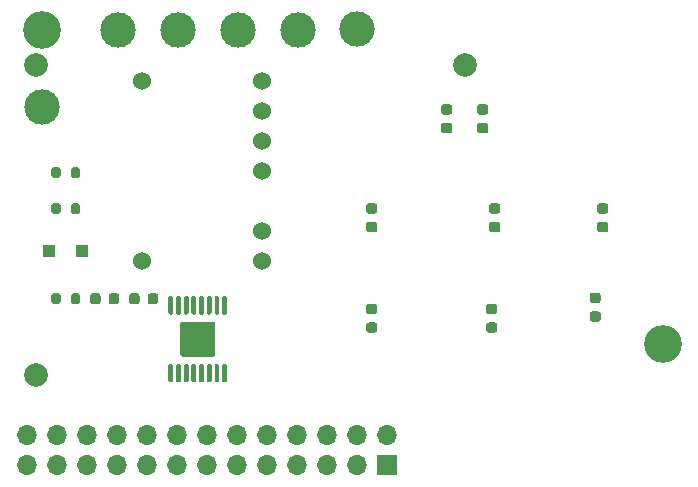
<source format=gbr>
G04 #@! TF.GenerationSoftware,KiCad,Pcbnew,(5.1.9)-1*
G04 #@! TF.CreationDate,2021-02-24T11:41:24+09:00*
G04 #@! TF.ProjectId,body,626f6479-2e6b-4696-9361-645f70636258,rev?*
G04 #@! TF.SameCoordinates,Original*
G04 #@! TF.FileFunction,Soldermask,Top*
G04 #@! TF.FilePolarity,Negative*
%FSLAX46Y46*%
G04 Gerber Fmt 4.6, Leading zero omitted, Abs format (unit mm)*
G04 Created by KiCad (PCBNEW (5.1.9)-1) date 2021-02-24 11:41:24*
%MOMM*%
%LPD*%
G01*
G04 APERTURE LIST*
%ADD10C,2.000000*%
%ADD11C,3.000000*%
%ADD12C,1.524000*%
%ADD13R,1.100000X1.100000*%
%ADD14R,1.700000X1.700000*%
%ADD15O,1.700000X1.700000*%
%ADD16C,3.200000*%
G04 APERTURE END LIST*
D10*
X62992000Y-27432000D03*
X26670000Y-27432000D03*
X26670000Y-53721000D03*
D11*
X43815000Y-24511000D03*
X27178000Y-30988000D03*
D12*
X35687000Y-28829000D03*
X35687000Y-44069000D03*
X45847000Y-44069000D03*
X45847000Y-41529000D03*
X45847000Y-36449000D03*
X45847000Y-33909000D03*
X45847000Y-31369000D03*
X45847000Y-28829000D03*
D13*
X27810000Y-43180000D03*
X30610000Y-43180000D03*
G36*
G01*
X29635000Y-39899000D02*
X29635000Y-39349000D01*
G75*
G02*
X29835000Y-39149000I200000J0D01*
G01*
X30235000Y-39149000D01*
G75*
G02*
X30435000Y-39349000I0J-200000D01*
G01*
X30435000Y-39899000D01*
G75*
G02*
X30235000Y-40099000I-200000J0D01*
G01*
X29835000Y-40099000D01*
G75*
G02*
X29635000Y-39899000I0J200000D01*
G01*
G37*
G36*
G01*
X27985000Y-39899000D02*
X27985000Y-39349000D01*
G75*
G02*
X28185000Y-39149000I200000J0D01*
G01*
X28585000Y-39149000D01*
G75*
G02*
X28785000Y-39349000I0J-200000D01*
G01*
X28785000Y-39899000D01*
G75*
G02*
X28585000Y-40099000I-200000J0D01*
G01*
X28185000Y-40099000D01*
G75*
G02*
X27985000Y-39899000I0J200000D01*
G01*
G37*
G36*
G01*
X29635000Y-47519000D02*
X29635000Y-46969000D01*
G75*
G02*
X29835000Y-46769000I200000J0D01*
G01*
X30235000Y-46769000D01*
G75*
G02*
X30435000Y-46969000I0J-200000D01*
G01*
X30435000Y-47519000D01*
G75*
G02*
X30235000Y-47719000I-200000J0D01*
G01*
X29835000Y-47719000D01*
G75*
G02*
X29635000Y-47519000I0J200000D01*
G01*
G37*
G36*
G01*
X27985000Y-47519000D02*
X27985000Y-46969000D01*
G75*
G02*
X28185000Y-46769000I200000J0D01*
G01*
X28585000Y-46769000D01*
G75*
G02*
X28785000Y-46969000I0J-200000D01*
G01*
X28785000Y-47519000D01*
G75*
G02*
X28585000Y-47719000I-200000J0D01*
G01*
X28185000Y-47719000D01*
G75*
G02*
X27985000Y-47519000I0J200000D01*
G01*
G37*
G36*
G01*
X29635000Y-36851000D02*
X29635000Y-36301000D01*
G75*
G02*
X29835000Y-36101000I200000J0D01*
G01*
X30235000Y-36101000D01*
G75*
G02*
X30435000Y-36301000I0J-200000D01*
G01*
X30435000Y-36851000D01*
G75*
G02*
X30235000Y-37051000I-200000J0D01*
G01*
X29835000Y-37051000D01*
G75*
G02*
X29635000Y-36851000I0J200000D01*
G01*
G37*
G36*
G01*
X27985000Y-36851000D02*
X27985000Y-36301000D01*
G75*
G02*
X28185000Y-36101000I200000J0D01*
G01*
X28585000Y-36101000D01*
G75*
G02*
X28785000Y-36301000I0J-200000D01*
G01*
X28785000Y-36851000D01*
G75*
G02*
X28585000Y-37051000I-200000J0D01*
G01*
X28185000Y-37051000D01*
G75*
G02*
X27985000Y-36851000I0J200000D01*
G01*
G37*
D14*
X56388000Y-61341000D03*
D15*
X56388000Y-58801000D03*
X53848000Y-61341000D03*
X53848000Y-58801000D03*
X51308000Y-61341000D03*
X51308000Y-58801000D03*
X48768000Y-61341000D03*
X48768000Y-58801000D03*
X46228000Y-61341000D03*
X46228000Y-58801000D03*
X43688000Y-61341000D03*
X43688000Y-58801000D03*
X41148000Y-61341000D03*
X41148000Y-58801000D03*
X38608000Y-61341000D03*
X38608000Y-58801000D03*
X36068000Y-61341000D03*
X36068000Y-58801000D03*
X33528000Y-61341000D03*
X33528000Y-58801000D03*
X30988000Y-61341000D03*
X30988000Y-58801000D03*
X28448000Y-61341000D03*
X28448000Y-58801000D03*
X25908000Y-61341000D03*
X25908000Y-58801000D03*
D11*
X53848000Y-24384000D03*
X48895000Y-24511000D03*
D16*
X79756000Y-51054000D03*
D11*
X33655000Y-24511000D03*
X38735000Y-24511000D03*
G36*
G01*
X35464000Y-46987750D02*
X35464000Y-47500250D01*
G75*
G02*
X35245250Y-47719000I-218750J0D01*
G01*
X34807750Y-47719000D01*
G75*
G02*
X34589000Y-47500250I0J218750D01*
G01*
X34589000Y-46987750D01*
G75*
G02*
X34807750Y-46769000I218750J0D01*
G01*
X35245250Y-46769000D01*
G75*
G02*
X35464000Y-46987750I0J-218750D01*
G01*
G37*
G36*
G01*
X37039000Y-46987750D02*
X37039000Y-47500250D01*
G75*
G02*
X36820250Y-47719000I-218750J0D01*
G01*
X36382750Y-47719000D01*
G75*
G02*
X36164000Y-47500250I0J218750D01*
G01*
X36164000Y-46987750D01*
G75*
G02*
X36382750Y-46769000I218750J0D01*
G01*
X36820250Y-46769000D01*
G75*
G02*
X37039000Y-46987750I0J-218750D01*
G01*
G37*
D16*
X27178000Y-24511000D03*
G36*
G01*
X32162000Y-46987750D02*
X32162000Y-47500250D01*
G75*
G02*
X31943250Y-47719000I-218750J0D01*
G01*
X31505750Y-47719000D01*
G75*
G02*
X31287000Y-47500250I0J218750D01*
G01*
X31287000Y-46987750D01*
G75*
G02*
X31505750Y-46769000I218750J0D01*
G01*
X31943250Y-46769000D01*
G75*
G02*
X32162000Y-46987750I0J-218750D01*
G01*
G37*
G36*
G01*
X33737000Y-46987750D02*
X33737000Y-47500250D01*
G75*
G02*
X33518250Y-47719000I-218750J0D01*
G01*
X33080750Y-47719000D01*
G75*
G02*
X32862000Y-47500250I0J218750D01*
G01*
X32862000Y-46987750D01*
G75*
G02*
X33080750Y-46769000I218750J0D01*
G01*
X33518250Y-46769000D01*
G75*
G02*
X33737000Y-46987750I0J-218750D01*
G01*
G37*
G36*
G01*
X65021750Y-49245000D02*
X65534250Y-49245000D01*
G75*
G02*
X65753000Y-49463750I0J-218750D01*
G01*
X65753000Y-49901250D01*
G75*
G02*
X65534250Y-50120000I-218750J0D01*
G01*
X65021750Y-50120000D01*
G75*
G02*
X64803000Y-49901250I0J218750D01*
G01*
X64803000Y-49463750D01*
G75*
G02*
X65021750Y-49245000I218750J0D01*
G01*
G37*
G36*
G01*
X65021750Y-47670000D02*
X65534250Y-47670000D01*
G75*
G02*
X65753000Y-47888750I0J-218750D01*
G01*
X65753000Y-48326250D01*
G75*
G02*
X65534250Y-48545000I-218750J0D01*
G01*
X65021750Y-48545000D01*
G75*
G02*
X64803000Y-48326250I0J218750D01*
G01*
X64803000Y-47888750D01*
G75*
G02*
X65021750Y-47670000I218750J0D01*
G01*
G37*
G36*
G01*
X64259750Y-30779000D02*
X64772250Y-30779000D01*
G75*
G02*
X64991000Y-30997750I0J-218750D01*
G01*
X64991000Y-31435250D01*
G75*
G02*
X64772250Y-31654000I-218750J0D01*
G01*
X64259750Y-31654000D01*
G75*
G02*
X64041000Y-31435250I0J218750D01*
G01*
X64041000Y-30997750D01*
G75*
G02*
X64259750Y-30779000I218750J0D01*
G01*
G37*
G36*
G01*
X64259750Y-32354000D02*
X64772250Y-32354000D01*
G75*
G02*
X64991000Y-32572750I0J-218750D01*
G01*
X64991000Y-33010250D01*
G75*
G02*
X64772250Y-33229000I-218750J0D01*
G01*
X64259750Y-33229000D01*
G75*
G02*
X64041000Y-33010250I0J218750D01*
G01*
X64041000Y-32572750D01*
G75*
G02*
X64259750Y-32354000I218750J0D01*
G01*
G37*
G36*
G01*
X74419750Y-40736000D02*
X74932250Y-40736000D01*
G75*
G02*
X75151000Y-40954750I0J-218750D01*
G01*
X75151000Y-41392250D01*
G75*
G02*
X74932250Y-41611000I-218750J0D01*
G01*
X74419750Y-41611000D01*
G75*
G02*
X74201000Y-41392250I0J218750D01*
G01*
X74201000Y-40954750D01*
G75*
G02*
X74419750Y-40736000I218750J0D01*
G01*
G37*
G36*
G01*
X74419750Y-39161000D02*
X74932250Y-39161000D01*
G75*
G02*
X75151000Y-39379750I0J-218750D01*
G01*
X75151000Y-39817250D01*
G75*
G02*
X74932250Y-40036000I-218750J0D01*
G01*
X74419750Y-40036000D01*
G75*
G02*
X74201000Y-39817250I0J218750D01*
G01*
X74201000Y-39379750D01*
G75*
G02*
X74419750Y-39161000I218750J0D01*
G01*
G37*
G36*
G01*
X54861750Y-49245000D02*
X55374250Y-49245000D01*
G75*
G02*
X55593000Y-49463750I0J-218750D01*
G01*
X55593000Y-49901250D01*
G75*
G02*
X55374250Y-50120000I-218750J0D01*
G01*
X54861750Y-50120000D01*
G75*
G02*
X54643000Y-49901250I0J218750D01*
G01*
X54643000Y-49463750D01*
G75*
G02*
X54861750Y-49245000I218750J0D01*
G01*
G37*
G36*
G01*
X54861750Y-47670000D02*
X55374250Y-47670000D01*
G75*
G02*
X55593000Y-47888750I0J-218750D01*
G01*
X55593000Y-48326250D01*
G75*
G02*
X55374250Y-48545000I-218750J0D01*
G01*
X54861750Y-48545000D01*
G75*
G02*
X54643000Y-48326250I0J218750D01*
G01*
X54643000Y-47888750D01*
G75*
G02*
X54861750Y-47670000I218750J0D01*
G01*
G37*
G36*
G01*
X54861750Y-40736000D02*
X55374250Y-40736000D01*
G75*
G02*
X55593000Y-40954750I0J-218750D01*
G01*
X55593000Y-41392250D01*
G75*
G02*
X55374250Y-41611000I-218750J0D01*
G01*
X54861750Y-41611000D01*
G75*
G02*
X54643000Y-41392250I0J218750D01*
G01*
X54643000Y-40954750D01*
G75*
G02*
X54861750Y-40736000I218750J0D01*
G01*
G37*
G36*
G01*
X54861750Y-39161000D02*
X55374250Y-39161000D01*
G75*
G02*
X55593000Y-39379750I0J-218750D01*
G01*
X55593000Y-39817250D01*
G75*
G02*
X55374250Y-40036000I-218750J0D01*
G01*
X54861750Y-40036000D01*
G75*
G02*
X54643000Y-39817250I0J218750D01*
G01*
X54643000Y-39379750D01*
G75*
G02*
X54861750Y-39161000I218750J0D01*
G01*
G37*
G36*
G01*
X65275750Y-40736000D02*
X65788250Y-40736000D01*
G75*
G02*
X66007000Y-40954750I0J-218750D01*
G01*
X66007000Y-41392250D01*
G75*
G02*
X65788250Y-41611000I-218750J0D01*
G01*
X65275750Y-41611000D01*
G75*
G02*
X65057000Y-41392250I0J218750D01*
G01*
X65057000Y-40954750D01*
G75*
G02*
X65275750Y-40736000I218750J0D01*
G01*
G37*
G36*
G01*
X65275750Y-39161000D02*
X65788250Y-39161000D01*
G75*
G02*
X66007000Y-39379750I0J-218750D01*
G01*
X66007000Y-39817250D01*
G75*
G02*
X65788250Y-40036000I-218750J0D01*
G01*
X65275750Y-40036000D01*
G75*
G02*
X65057000Y-39817250I0J218750D01*
G01*
X65057000Y-39379750D01*
G75*
G02*
X65275750Y-39161000I218750J0D01*
G01*
G37*
G36*
G01*
X73784750Y-48305200D02*
X74297250Y-48305200D01*
G75*
G02*
X74516000Y-48523950I0J-218750D01*
G01*
X74516000Y-48961450D01*
G75*
G02*
X74297250Y-49180200I-218750J0D01*
G01*
X73784750Y-49180200D01*
G75*
G02*
X73566000Y-48961450I0J218750D01*
G01*
X73566000Y-48523950D01*
G75*
G02*
X73784750Y-48305200I218750J0D01*
G01*
G37*
G36*
G01*
X73784750Y-46730200D02*
X74297250Y-46730200D01*
G75*
G02*
X74516000Y-46948950I0J-218750D01*
G01*
X74516000Y-47386450D01*
G75*
G02*
X74297250Y-47605200I-218750J0D01*
G01*
X73784750Y-47605200D01*
G75*
G02*
X73566000Y-47386450I0J218750D01*
G01*
X73566000Y-46948950D01*
G75*
G02*
X73784750Y-46730200I218750J0D01*
G01*
G37*
G36*
G01*
X61211750Y-32354000D02*
X61724250Y-32354000D01*
G75*
G02*
X61943000Y-32572750I0J-218750D01*
G01*
X61943000Y-33010250D01*
G75*
G02*
X61724250Y-33229000I-218750J0D01*
G01*
X61211750Y-33229000D01*
G75*
G02*
X60993000Y-33010250I0J218750D01*
G01*
X60993000Y-32572750D01*
G75*
G02*
X61211750Y-32354000I218750J0D01*
G01*
G37*
G36*
G01*
X61211750Y-30779000D02*
X61724250Y-30779000D01*
G75*
G02*
X61943000Y-30997750I0J-218750D01*
G01*
X61943000Y-31435250D01*
G75*
G02*
X61724250Y-31654000I-218750J0D01*
G01*
X61211750Y-31654000D01*
G75*
G02*
X60993000Y-31435250I0J218750D01*
G01*
X60993000Y-30997750D01*
G75*
G02*
X61211750Y-30779000I218750J0D01*
G01*
G37*
G36*
G01*
X41636001Y-52173000D02*
X39135999Y-52173000D01*
G75*
G02*
X38886000Y-51923001I0J249999D01*
G01*
X38886000Y-49422999D01*
G75*
G02*
X39135999Y-49173000I249999J0D01*
G01*
X41636001Y-49173000D01*
G75*
G02*
X41886000Y-49422999I0J-249999D01*
G01*
X41886000Y-51923001D01*
G75*
G02*
X41636001Y-52173000I-249999J0D01*
G01*
G37*
G36*
G01*
X38211000Y-54323000D02*
X38011000Y-54323000D01*
G75*
G02*
X37911000Y-54223000I0J100000D01*
G01*
X37911000Y-52873000D01*
G75*
G02*
X38011000Y-52773000I100000J0D01*
G01*
X38211000Y-52773000D01*
G75*
G02*
X38311000Y-52873000I0J-100000D01*
G01*
X38311000Y-54223000D01*
G75*
G02*
X38211000Y-54323000I-100000J0D01*
G01*
G37*
G36*
G01*
X38861000Y-54323000D02*
X38661000Y-54323000D01*
G75*
G02*
X38561000Y-54223000I0J100000D01*
G01*
X38561000Y-52873000D01*
G75*
G02*
X38661000Y-52773000I100000J0D01*
G01*
X38861000Y-52773000D01*
G75*
G02*
X38961000Y-52873000I0J-100000D01*
G01*
X38961000Y-54223000D01*
G75*
G02*
X38861000Y-54323000I-100000J0D01*
G01*
G37*
G36*
G01*
X39511000Y-54323000D02*
X39311000Y-54323000D01*
G75*
G02*
X39211000Y-54223000I0J100000D01*
G01*
X39211000Y-52873000D01*
G75*
G02*
X39311000Y-52773000I100000J0D01*
G01*
X39511000Y-52773000D01*
G75*
G02*
X39611000Y-52873000I0J-100000D01*
G01*
X39611000Y-54223000D01*
G75*
G02*
X39511000Y-54323000I-100000J0D01*
G01*
G37*
G36*
G01*
X40161000Y-54323000D02*
X39961000Y-54323000D01*
G75*
G02*
X39861000Y-54223000I0J100000D01*
G01*
X39861000Y-52873000D01*
G75*
G02*
X39961000Y-52773000I100000J0D01*
G01*
X40161000Y-52773000D01*
G75*
G02*
X40261000Y-52873000I0J-100000D01*
G01*
X40261000Y-54223000D01*
G75*
G02*
X40161000Y-54323000I-100000J0D01*
G01*
G37*
G36*
G01*
X40811000Y-54323000D02*
X40611000Y-54323000D01*
G75*
G02*
X40511000Y-54223000I0J100000D01*
G01*
X40511000Y-52873000D01*
G75*
G02*
X40611000Y-52773000I100000J0D01*
G01*
X40811000Y-52773000D01*
G75*
G02*
X40911000Y-52873000I0J-100000D01*
G01*
X40911000Y-54223000D01*
G75*
G02*
X40811000Y-54323000I-100000J0D01*
G01*
G37*
G36*
G01*
X41461000Y-54323000D02*
X41261000Y-54323000D01*
G75*
G02*
X41161000Y-54223000I0J100000D01*
G01*
X41161000Y-52873000D01*
G75*
G02*
X41261000Y-52773000I100000J0D01*
G01*
X41461000Y-52773000D01*
G75*
G02*
X41561000Y-52873000I0J-100000D01*
G01*
X41561000Y-54223000D01*
G75*
G02*
X41461000Y-54323000I-100000J0D01*
G01*
G37*
G36*
G01*
X42111000Y-54323000D02*
X41911000Y-54323000D01*
G75*
G02*
X41811000Y-54223000I0J100000D01*
G01*
X41811000Y-52873000D01*
G75*
G02*
X41911000Y-52773000I100000J0D01*
G01*
X42111000Y-52773000D01*
G75*
G02*
X42211000Y-52873000I0J-100000D01*
G01*
X42211000Y-54223000D01*
G75*
G02*
X42111000Y-54323000I-100000J0D01*
G01*
G37*
G36*
G01*
X42761000Y-54323000D02*
X42561000Y-54323000D01*
G75*
G02*
X42461000Y-54223000I0J100000D01*
G01*
X42461000Y-52873000D01*
G75*
G02*
X42561000Y-52773000I100000J0D01*
G01*
X42761000Y-52773000D01*
G75*
G02*
X42861000Y-52873000I0J-100000D01*
G01*
X42861000Y-54223000D01*
G75*
G02*
X42761000Y-54323000I-100000J0D01*
G01*
G37*
G36*
G01*
X42761000Y-48573000D02*
X42561000Y-48573000D01*
G75*
G02*
X42461000Y-48473000I0J100000D01*
G01*
X42461000Y-47123000D01*
G75*
G02*
X42561000Y-47023000I100000J0D01*
G01*
X42761000Y-47023000D01*
G75*
G02*
X42861000Y-47123000I0J-100000D01*
G01*
X42861000Y-48473000D01*
G75*
G02*
X42761000Y-48573000I-100000J0D01*
G01*
G37*
G36*
G01*
X42111000Y-48573000D02*
X41911000Y-48573000D01*
G75*
G02*
X41811000Y-48473000I0J100000D01*
G01*
X41811000Y-47123000D01*
G75*
G02*
X41911000Y-47023000I100000J0D01*
G01*
X42111000Y-47023000D01*
G75*
G02*
X42211000Y-47123000I0J-100000D01*
G01*
X42211000Y-48473000D01*
G75*
G02*
X42111000Y-48573000I-100000J0D01*
G01*
G37*
G36*
G01*
X41461000Y-48573000D02*
X41261000Y-48573000D01*
G75*
G02*
X41161000Y-48473000I0J100000D01*
G01*
X41161000Y-47123000D01*
G75*
G02*
X41261000Y-47023000I100000J0D01*
G01*
X41461000Y-47023000D01*
G75*
G02*
X41561000Y-47123000I0J-100000D01*
G01*
X41561000Y-48473000D01*
G75*
G02*
X41461000Y-48573000I-100000J0D01*
G01*
G37*
G36*
G01*
X40811000Y-48573000D02*
X40611000Y-48573000D01*
G75*
G02*
X40511000Y-48473000I0J100000D01*
G01*
X40511000Y-47123000D01*
G75*
G02*
X40611000Y-47023000I100000J0D01*
G01*
X40811000Y-47023000D01*
G75*
G02*
X40911000Y-47123000I0J-100000D01*
G01*
X40911000Y-48473000D01*
G75*
G02*
X40811000Y-48573000I-100000J0D01*
G01*
G37*
G36*
G01*
X40161000Y-48573000D02*
X39961000Y-48573000D01*
G75*
G02*
X39861000Y-48473000I0J100000D01*
G01*
X39861000Y-47123000D01*
G75*
G02*
X39961000Y-47023000I100000J0D01*
G01*
X40161000Y-47023000D01*
G75*
G02*
X40261000Y-47123000I0J-100000D01*
G01*
X40261000Y-48473000D01*
G75*
G02*
X40161000Y-48573000I-100000J0D01*
G01*
G37*
G36*
G01*
X39511000Y-48573000D02*
X39311000Y-48573000D01*
G75*
G02*
X39211000Y-48473000I0J100000D01*
G01*
X39211000Y-47123000D01*
G75*
G02*
X39311000Y-47023000I100000J0D01*
G01*
X39511000Y-47023000D01*
G75*
G02*
X39611000Y-47123000I0J-100000D01*
G01*
X39611000Y-48473000D01*
G75*
G02*
X39511000Y-48573000I-100000J0D01*
G01*
G37*
G36*
G01*
X38861000Y-48573000D02*
X38661000Y-48573000D01*
G75*
G02*
X38561000Y-48473000I0J100000D01*
G01*
X38561000Y-47123000D01*
G75*
G02*
X38661000Y-47023000I100000J0D01*
G01*
X38861000Y-47023000D01*
G75*
G02*
X38961000Y-47123000I0J-100000D01*
G01*
X38961000Y-48473000D01*
G75*
G02*
X38861000Y-48573000I-100000J0D01*
G01*
G37*
G36*
G01*
X38211000Y-48573000D02*
X38011000Y-48573000D01*
G75*
G02*
X37911000Y-48473000I0J100000D01*
G01*
X37911000Y-47123000D01*
G75*
G02*
X38011000Y-47023000I100000J0D01*
G01*
X38211000Y-47023000D01*
G75*
G02*
X38311000Y-47123000I0J-100000D01*
G01*
X38311000Y-48473000D01*
G75*
G02*
X38211000Y-48573000I-100000J0D01*
G01*
G37*
M02*

</source>
